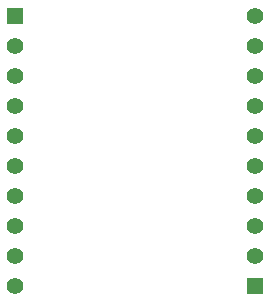
<source format=gbs>
G04 ( created by brdgerber.py ( brdgerber.py v0.1 2014-03-12 ) ) date 2021-02-10 09:33:25 EST*
G04 Gerber Fmt 3.4, Leading zero omitted, Abs format*
%MOIN*%
%FSLAX34Y34*%
G01*
G70*
G90*
G04 APERTURE LIST*
%ADD12C,0.0550*%
%ADD10R,0.0800X0.0260*%
%ADD11R,0.0550X0.0550*%
G04 APERTURE END LIST*
G54D12*
D11*
X02000Y-04000D03*
D12*
X02000Y-03000D03*
D12*
X02000Y-02000D03*
D12*
X02000Y-01000D03*
D12*
X02000Y00000D03*
D12*
X02000Y01000D03*
D12*
X02000Y02000D03*
D12*
X02000Y03000D03*
D12*
X02000Y04000D03*
D12*
X02000Y05000D03*
D11*
X-06000Y05000D03*
D12*
X-06000Y04000D03*
D12*
X-06000Y03000D03*
D12*
X-06000Y02000D03*
D12*
X-06000Y01000D03*
D12*
X-06000Y00000D03*
D12*
X-06000Y-01000D03*
D12*
X-06000Y-02000D03*
D12*
X-06000Y-03000D03*
D12*
X-06000Y-04000D03*
M02*

</source>
